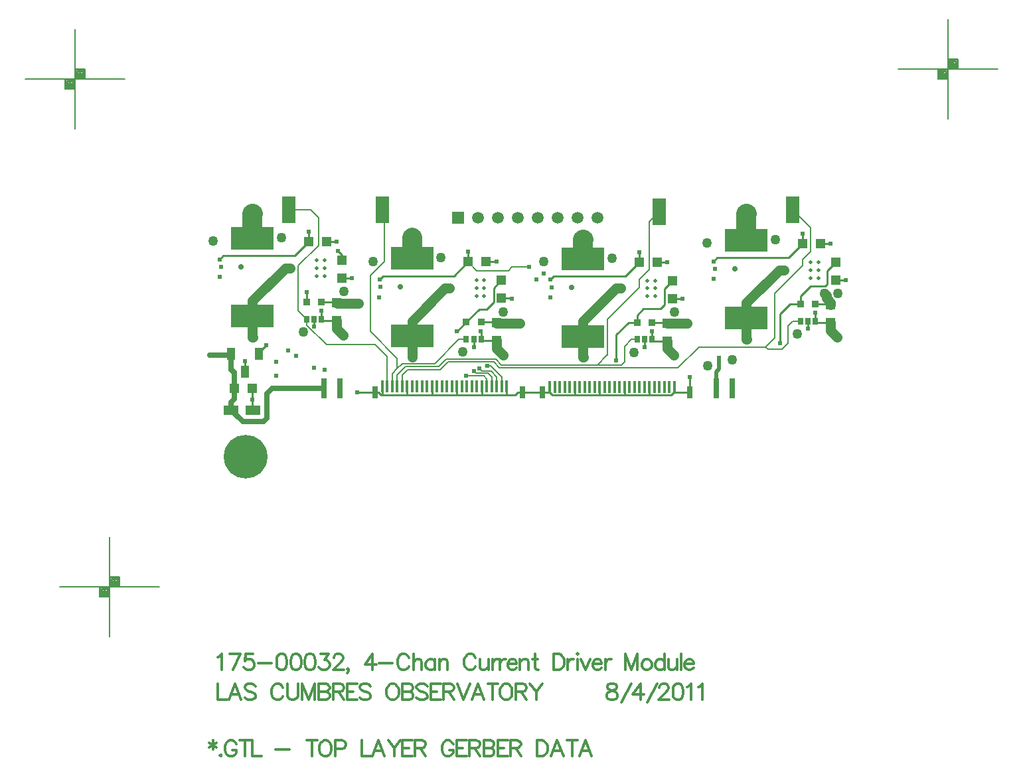
<source format=gtl>
%FSLAX23Y23*%
%MOIN*%
G70*
G01*
G75*
G04 Layer_Physical_Order=1*
G04 Layer_Color=255*
%ADD10R,0.014X0.060*%
%ADD11R,0.030X0.100*%
%ADD12R,0.031X0.060*%
%ADD13R,0.070X0.135*%
%ADD14R,0.050X0.050*%
%ADD15R,0.036X0.036*%
%ADD16R,0.028X0.036*%
%ADD17R,0.078X0.048*%
%ADD18R,0.050X0.050*%
%ADD19R,0.213X0.114*%
%ADD20R,0.039X0.063*%
%ADD21C,0.005*%
%ADD22C,0.010*%
%ADD23C,0.020*%
%ADD24C,0.025*%
%ADD25C,0.050*%
%ADD26C,0.100*%
%ADD27C,0.012*%
%ADD28C,0.008*%
%ADD29C,0.012*%
%ADD30C,0.012*%
%ADD31C,0.020*%
%ADD32C,0.059*%
%ADD33R,0.059X0.059*%
%ADD34C,0.219*%
%ADD35C,0.028*%
%ADD36C,0.024*%
%ADD37C,0.050*%
D10*
X32558Y18603D02*
D03*
X31983D02*
D03*
X32008D02*
D03*
X32033D02*
D03*
X32058D02*
D03*
X32083D02*
D03*
X32108D02*
D03*
X32158D02*
D03*
X32183D02*
D03*
X32208D02*
D03*
X32233D02*
D03*
X32258D02*
D03*
X32283D02*
D03*
X32308D02*
D03*
X32333D02*
D03*
X32358D02*
D03*
X32383D02*
D03*
X32408D02*
D03*
X32433D02*
D03*
X32458D02*
D03*
X32483D02*
D03*
X32508D02*
D03*
X32533D02*
D03*
X32583D02*
D03*
X32608D02*
D03*
X32824Y18602D02*
D03*
X32849D02*
D03*
X32874D02*
D03*
X32899D02*
D03*
X32924D02*
D03*
X32949D02*
D03*
X32974D02*
D03*
X32999D02*
D03*
X33024D02*
D03*
X33049D02*
D03*
X33074D02*
D03*
X33099D02*
D03*
X33124D02*
D03*
X33149D02*
D03*
X33174D02*
D03*
X33199D02*
D03*
X33224D02*
D03*
X33249D02*
D03*
X33274D02*
D03*
X33299D02*
D03*
X33324D02*
D03*
X33349D02*
D03*
X33374D02*
D03*
X33399D02*
D03*
X33424D02*
D03*
X33449D02*
D03*
X32133Y18603D02*
D03*
D11*
X31691Y18593D02*
D03*
X31770D02*
D03*
X33740Y18593D02*
D03*
X33661D02*
D03*
D12*
X33526Y18575D02*
D03*
X32786D02*
D03*
X31946D02*
D03*
X32686D02*
D03*
D13*
X34042Y19491D02*
D03*
X33372Y19481D02*
D03*
X31982Y19491D02*
D03*
X31512D02*
D03*
D14*
X31329Y18593D02*
D03*
X31239D02*
D03*
X31613Y19330D02*
D03*
X31703D02*
D03*
X32414Y19229D02*
D03*
X32504D02*
D03*
X33273Y19228D02*
D03*
X33363D02*
D03*
X34093Y19320D02*
D03*
X34183D02*
D03*
D15*
X34158Y19017D02*
D03*
X34084D02*
D03*
X33338Y18925D02*
D03*
X33264D02*
D03*
X32479Y18926D02*
D03*
X32405D02*
D03*
X31678Y19027D02*
D03*
X31604D02*
D03*
D16*
X34121Y18931D02*
D03*
X34158D02*
D03*
X34084D02*
D03*
X33301Y18839D02*
D03*
X33338D02*
D03*
X33264D02*
D03*
X32442Y18840D02*
D03*
X32479D02*
D03*
X32405D02*
D03*
X31641Y18941D02*
D03*
X31678D02*
D03*
X31604D02*
D03*
D17*
X31224Y18485D02*
D03*
X31334D02*
D03*
D18*
X31780Y19147D02*
D03*
Y19237D02*
D03*
X32581Y19046D02*
D03*
Y19136D02*
D03*
X33440Y19045D02*
D03*
Y19135D02*
D03*
X34260Y19137D02*
D03*
Y19227D02*
D03*
X31755Y19024D02*
D03*
Y18934D02*
D03*
X32556Y18923D02*
D03*
Y18833D02*
D03*
X33415Y18922D02*
D03*
Y18832D02*
D03*
X34235Y19014D02*
D03*
Y18924D02*
D03*
D19*
X31331Y19347D02*
D03*
Y18957D02*
D03*
X32132Y19246D02*
D03*
Y18856D02*
D03*
X32991Y19245D02*
D03*
Y18855D02*
D03*
X33811Y19337D02*
D03*
Y18947D02*
D03*
D20*
X31224Y18766D02*
D03*
X31293Y18676D02*
D03*
X31362Y18766D02*
D03*
D21*
X33112Y18761D02*
Y18941D01*
X33062Y18712D02*
X33112D01*
X33111Y18761D02*
X33112D01*
X33062Y18712D02*
X33111Y18761D01*
X32580Y18712D02*
X33062D01*
X33952Y18846D02*
Y19071D01*
Y18846D02*
Y18851D01*
X33908Y18802D02*
X33952Y18846D01*
Y18790D02*
X33990D01*
X33920D02*
X33952D01*
X34042Y19491D02*
X34132Y19401D01*
Y19281D02*
Y19401D01*
X34092Y19241D02*
X34132Y19281D01*
X34092Y19211D02*
Y19241D01*
X33952Y19071D02*
X34092Y19211D01*
X33112Y18712D02*
X33185D01*
X33323Y19432D02*
X33372Y19481D01*
X33323Y19192D02*
Y19432D01*
X33272Y19141D02*
X33323Y19192D01*
X33272Y19101D02*
Y19141D01*
X33112Y18941D02*
X33272Y19101D01*
X32058Y18693D02*
X32083Y18717D01*
X32033Y18668D02*
X32058Y18693D01*
X31982Y19491D02*
X31992Y19481D01*
Y19231D02*
Y19481D01*
X31922Y19161D02*
X31992Y19231D01*
X31922Y18881D02*
Y19161D01*
Y18881D02*
X32058Y18745D01*
Y18693D02*
Y18745D01*
X31512Y19491D02*
X31622D01*
X31662Y19451D01*
Y19311D02*
Y19451D01*
X31561Y19210D02*
X31662Y19311D01*
X31561Y18984D02*
Y19210D01*
Y18984D02*
X31604Y18941D01*
X33468Y18697D02*
X33573Y18802D01*
X32571Y18697D02*
X33468D01*
X33573Y18802D02*
X33908D01*
X32528Y18680D02*
X32529Y18679D01*
X32485Y18680D02*
X32528D01*
X32529Y18679D02*
X32529D01*
X32558Y18650D01*
X32444Y18680D02*
X32454Y18670D01*
X32470Y18695D02*
X32485Y18680D01*
X32454Y18670D02*
X32513D01*
X32533Y18650D01*
X32500Y18707D02*
X32507Y18700D01*
X32404Y18656D02*
X32493D01*
X32508Y18640D01*
Y18603D02*
Y18640D01*
X32442Y18680D02*
X32444D01*
X32542Y18726D02*
X32571Y18697D01*
X32274Y18688D02*
X32313Y18726D01*
X32542D01*
X32500Y18707D02*
X32526D01*
X32583Y18650D01*
X34045Y18931D02*
X34084D01*
X34020Y18906D02*
X34045Y18931D01*
X34020Y18820D02*
Y18906D01*
X33990Y18790D02*
X34020Y18820D01*
X33908Y18802D02*
X33920Y18790D01*
X32553Y18739D02*
X32580Y18712D01*
X32302Y18739D02*
X32553D01*
X32109Y18688D02*
X32274D01*
X32083Y18662D02*
X32109Y18688D01*
X32099Y18703D02*
X32266D01*
X32246Y18718D02*
X32368Y18840D01*
X32147Y18718D02*
X32246D01*
X32147Y18717D02*
X32147Y18718D01*
X32083Y18717D02*
X32147D01*
X32058Y18662D02*
X32099Y18703D01*
X32083Y18603D02*
Y18662D01*
X33235Y18839D02*
X33264D01*
X33200Y18804D02*
X33235Y18839D01*
X33200Y18727D02*
Y18804D01*
X33185Y18712D02*
X33200Y18727D01*
X32266Y18703D02*
X32302Y18739D01*
X32058Y18603D02*
Y18662D01*
X32368Y18840D02*
X32405D01*
X32033Y18603D02*
Y18668D01*
X31604Y18912D02*
Y18941D01*
Y18912D02*
X31702Y18815D01*
X31947D01*
X32008Y18754D01*
Y18601D02*
Y18754D01*
X32414Y19229D02*
X32458Y19185D01*
X32617D01*
X32635Y19203D01*
X32721D01*
X32583Y18603D02*
Y18650D01*
X32558Y18603D02*
Y18650D01*
X32533Y18603D02*
Y18650D01*
D22*
X33981Y18821D02*
Y18967D01*
X31983Y18566D02*
X31987Y18562D01*
X31983Y18566D02*
Y18603D01*
X31858Y18575D02*
X31946D01*
X32663D02*
X32686D01*
X32786D02*
X32825D01*
X33526D02*
Y18650D01*
X33448Y18575D02*
X33526D01*
X31858Y18575D02*
X31858Y18575D01*
X31987Y18562D02*
X32650D01*
X31977D02*
X31987D01*
X31964Y18575D02*
X31977Y18562D01*
X32442Y18802D02*
Y18840D01*
X31293Y18676D02*
Y18732D01*
X31362Y18773D02*
X31400Y18811D01*
X31362Y18766D02*
Y18773D01*
X31329Y18490D02*
X31334Y18485D01*
X31329Y18490D02*
Y18538D01*
Y18593D01*
X32608Y18562D02*
Y18603D01*
X32483Y18565D02*
Y18603D01*
X32358Y18562D02*
Y18603D01*
X32233Y18562D02*
Y18603D01*
X32108Y18562D02*
Y18603D01*
X31946Y18575D02*
X31964D01*
X32650Y18562D02*
X32663Y18575D01*
X32686D02*
X32786D01*
X33324Y18563D02*
Y18602D01*
X33199Y18562D02*
Y18602D01*
X33074Y18562D02*
Y18602D01*
X32949Y18562D02*
Y18602D01*
X32825Y18575D02*
X32838Y18562D01*
X33435D01*
X33448Y18575D01*
X34218Y19185D02*
X34260Y19227D01*
X34218Y19116D02*
Y19185D01*
X34208Y19106D02*
X34218Y19116D01*
X34133Y19106D02*
X34208D01*
X34084Y19057D02*
X34133Y19106D01*
X34084Y19017D02*
Y19057D01*
X33981Y18967D02*
X34031Y19017D01*
X34084D01*
X33400Y19095D02*
X33440Y19135D01*
X33400Y19013D02*
Y19095D01*
X33380Y18993D02*
X33400Y19013D01*
X33295Y18993D02*
X33380D01*
X33264Y18962D02*
X33295Y18993D01*
X33264Y18925D02*
Y18962D01*
X33158Y18734D02*
Y18863D01*
X33220Y18925D01*
X33264D01*
X32542Y19097D02*
X32581Y19136D01*
X32542Y19027D02*
Y19097D01*
X32507Y18992D02*
X32542Y19027D01*
X32471Y18992D02*
X32507D01*
X32405Y18926D02*
X32471Y18992D01*
X32357Y18881D02*
X32360D01*
X32405Y18926D01*
X31761Y19284D02*
X31780Y19265D01*
Y19237D02*
Y19265D01*
X31604Y19027D02*
Y19077D01*
X31603Y19076D02*
X31604Y19077D01*
X31677Y18983D02*
X31678Y18984D01*
X31685Y18934D02*
X31755D01*
X31678Y18941D02*
X31685Y18934D01*
X31542Y19259D02*
X31613Y19330D01*
X31185Y19259D02*
X31542D01*
X31168Y19242D02*
X31185Y19259D01*
X31641Y18903D02*
Y18941D01*
X31830Y19147D02*
X31831Y19146D01*
X31780Y19147D02*
X31830D01*
X31612Y19380D02*
X31613Y19379D01*
Y19330D02*
Y19379D01*
X31755Y19330D02*
X31755Y19330D01*
X31703Y19330D02*
X31755D01*
X31752Y19027D02*
X31755Y19024D01*
X31678Y19027D02*
X31752D01*
X31986Y19158D02*
X32343D01*
X31969Y19141D02*
X31986Y19158D01*
X32343D02*
X32414Y19229D01*
X32478Y18882D02*
X32479Y18883D01*
Y18840D02*
Y18883D01*
X32414Y19229D02*
Y19278D01*
X32413Y19279D02*
X32414Y19278D01*
X32504Y19229D02*
X32556D01*
X32556Y19229D01*
X32479Y18926D02*
X32553D01*
X32556Y18923D01*
X32486Y18833D02*
X32556D01*
X32631Y19046D02*
X32632Y19045D01*
X32581Y19046D02*
X32631D01*
X32479Y18840D02*
X32486Y18833D01*
X32845Y19157D02*
X33202D01*
X32828Y19140D02*
X32845Y19157D01*
X33202D02*
X33273Y19228D01*
X33337Y18881D02*
X33338Y18882D01*
Y18839D02*
Y18882D01*
X33273Y19228D02*
Y19277D01*
X33272Y19278D02*
X33273Y19277D01*
X33363Y19228D02*
X33415D01*
X33415Y19228D01*
X33338Y18925D02*
X33412D01*
X33415Y18922D01*
X33345Y18832D02*
X33415D01*
X33490Y19045D02*
X33491Y19044D01*
X33440Y19045D02*
X33490D01*
X33301Y18801D02*
Y18839D01*
X33338D02*
X33345Y18832D01*
X33665Y19249D02*
X34022D01*
X33648Y19232D02*
X33665Y19249D01*
X34022D02*
X34093Y19320D01*
X34157Y18973D02*
X34158Y18974D01*
Y18931D02*
Y18974D01*
X34093Y19320D02*
Y19369D01*
X34092Y19370D02*
X34093Y19369D01*
X34183Y19320D02*
X34235D01*
X34235Y19320D01*
X34158Y19017D02*
X34232D01*
X34235Y19014D01*
X34165Y18924D02*
X34235D01*
X34310Y19137D02*
X34311Y19136D01*
X34260Y19137D02*
X34310D01*
X34121Y18893D02*
Y18931D01*
X34158D02*
X34165Y18924D01*
X31678Y18941D02*
Y18984D01*
D23*
X33675Y18692D02*
Y18746D01*
X33661Y18678D02*
X33675Y18692D01*
X33661Y18593D02*
Y18678D01*
D24*
X31431Y18593D02*
X31691D01*
X31404Y18567D02*
X31431Y18593D01*
X31218Y18760D02*
X31224Y18766D01*
X31118Y18760D02*
X31218D01*
X31224Y18485D02*
X31282Y18427D01*
X31387D01*
X31404Y18444D01*
Y18567D01*
X31239Y18593D02*
Y18673D01*
Y18539D02*
Y18593D01*
X31224Y18688D02*
Y18766D01*
Y18688D02*
X31239Y18673D01*
X31224Y18524D02*
X31239Y18539D01*
X31224Y18485D02*
Y18524D01*
D25*
X31331Y18852D02*
X31332Y18851D01*
X31331Y18852D02*
Y18957D01*
X31496Y19198D02*
X31520D01*
X31331Y19033D02*
X31496Y19198D01*
X31331Y18957D02*
Y19033D01*
X31755Y18895D02*
Y18934D01*
Y18895D02*
X31788Y18862D01*
X32556Y18794D02*
X32589Y18761D01*
X32556Y18794D02*
Y18833D01*
X32132Y18932D02*
X32297Y19097D01*
X32321D01*
X32132Y18751D02*
X32133Y18750D01*
X32132Y18751D02*
Y18856D01*
Y18932D01*
X33415Y18793D02*
X33448Y18760D01*
X33415Y18793D02*
Y18832D01*
X32991Y18931D02*
X33156Y19096D01*
X33180D01*
X32991Y18750D02*
X32992Y18749D01*
X32991Y18750D02*
Y18855D01*
Y18931D01*
X34235Y18885D02*
X34268Y18852D01*
X34235Y18885D02*
Y18924D01*
X33811Y19023D02*
X33976Y19188D01*
X34000D01*
X33811Y18842D02*
X33812Y18841D01*
X33811Y18842D02*
Y18947D01*
Y19023D01*
X31755Y19024D02*
X31758Y19021D01*
X31862D01*
X32556Y18923D02*
X32558Y18921D01*
X32672D01*
X33415Y18922D02*
X33416Y18921D01*
X33512D01*
X34235Y19014D02*
Y19025D01*
X34214Y19046D02*
X34235Y19025D01*
X34214Y19046D02*
Y19059D01*
X34202Y19071D02*
X34214Y19059D01*
D26*
X31331Y19347D02*
Y19470D01*
X31332Y19471D01*
X32132Y19246D02*
Y19351D01*
X32991Y19245D02*
Y19340D01*
X32992Y19341D01*
X33811Y19337D02*
Y19470D01*
X33812Y19471D01*
D27*
X31132Y16826D02*
Y16781D01*
X31113Y16815D02*
X31151Y16792D01*
Y16815D02*
X31113Y16792D01*
X31172Y16754D02*
X31168Y16750D01*
X31172Y16746D01*
X31175Y16750D01*
X31172Y16754D01*
X31250Y16807D02*
X31246Y16815D01*
X31239Y16822D01*
X31231Y16826D01*
X31216D01*
X31208Y16822D01*
X31200Y16815D01*
X31197Y16807D01*
X31193Y16796D01*
Y16777D01*
X31197Y16765D01*
X31200Y16758D01*
X31208Y16750D01*
X31216Y16746D01*
X31231D01*
X31239Y16750D01*
X31246Y16758D01*
X31250Y16765D01*
Y16777D01*
X31231D02*
X31250D01*
X31295Y16826D02*
Y16746D01*
X31268Y16826D02*
X31322D01*
X31331D02*
Y16746D01*
X31377D01*
X31448Y16781D02*
X31517D01*
X31630Y16826D02*
Y16746D01*
X31603Y16826D02*
X31657D01*
X31689D02*
X31682Y16822D01*
X31674Y16815D01*
X31670Y16807D01*
X31666Y16796D01*
Y16777D01*
X31670Y16765D01*
X31674Y16758D01*
X31682Y16750D01*
X31689Y16746D01*
X31704D01*
X31712Y16750D01*
X31720Y16758D01*
X31723Y16765D01*
X31727Y16777D01*
Y16796D01*
X31723Y16807D01*
X31720Y16815D01*
X31712Y16822D01*
X31704Y16826D01*
X31689D01*
X31746Y16784D02*
X31780D01*
X31792Y16788D01*
X31795Y16792D01*
X31799Y16800D01*
Y16811D01*
X31795Y16819D01*
X31792Y16822D01*
X31780Y16826D01*
X31746D01*
Y16746D01*
X31880Y16826D02*
Y16746D01*
X31926D01*
X31995D02*
X31965Y16826D01*
X31934Y16746D01*
X31946Y16773D02*
X31984D01*
X32014Y16826D02*
X32044Y16788D01*
Y16746D01*
X32075Y16826D02*
X32044Y16788D01*
X32135Y16826D02*
X32085D01*
Y16746D01*
X32135D01*
X32085Y16788D02*
X32116D01*
X32148Y16826D02*
Y16746D01*
Y16826D02*
X32182D01*
X32194Y16822D01*
X32198Y16819D01*
X32201Y16811D01*
Y16803D01*
X32198Y16796D01*
X32194Y16792D01*
X32182Y16788D01*
X32148D01*
X32175D02*
X32201Y16746D01*
X32339Y16807D02*
X32335Y16815D01*
X32328Y16822D01*
X32320Y16826D01*
X32305D01*
X32297Y16822D01*
X32290Y16815D01*
X32286Y16807D01*
X32282Y16796D01*
Y16777D01*
X32286Y16765D01*
X32290Y16758D01*
X32297Y16750D01*
X32305Y16746D01*
X32320D01*
X32328Y16750D01*
X32335Y16758D01*
X32339Y16765D01*
Y16777D01*
X32320D02*
X32339D01*
X32407Y16826D02*
X32358D01*
Y16746D01*
X32407D01*
X32358Y16788D02*
X32388D01*
X32420Y16826D02*
Y16746D01*
Y16826D02*
X32455D01*
X32466Y16822D01*
X32470Y16819D01*
X32474Y16811D01*
Y16803D01*
X32470Y16796D01*
X32466Y16792D01*
X32455Y16788D01*
X32420D01*
X32447D02*
X32474Y16746D01*
X32492Y16826D02*
Y16746D01*
Y16826D02*
X32526D01*
X32537Y16822D01*
X32541Y16819D01*
X32545Y16811D01*
Y16803D01*
X32541Y16796D01*
X32537Y16792D01*
X32526Y16788D01*
X32492D02*
X32526D01*
X32537Y16784D01*
X32541Y16781D01*
X32545Y16773D01*
Y16762D01*
X32541Y16754D01*
X32537Y16750D01*
X32526Y16746D01*
X32492D01*
X32612Y16826D02*
X32563D01*
Y16746D01*
X32612D01*
X32563Y16788D02*
X32593D01*
X32626Y16826D02*
Y16746D01*
Y16826D02*
X32660D01*
X32671Y16822D01*
X32675Y16819D01*
X32679Y16811D01*
Y16803D01*
X32675Y16796D01*
X32671Y16792D01*
X32660Y16788D01*
X32626D01*
X32652D02*
X32679Y16746D01*
X32760Y16826D02*
Y16746D01*
Y16826D02*
X32786D01*
X32798Y16822D01*
X32805Y16815D01*
X32809Y16807D01*
X32813Y16796D01*
Y16777D01*
X32809Y16765D01*
X32805Y16758D01*
X32798Y16750D01*
X32786Y16746D01*
X32760D01*
X32892D02*
X32861Y16826D01*
X32831Y16746D01*
X32842Y16773D02*
X32881D01*
X32937Y16826D02*
Y16746D01*
X32911Y16826D02*
X32964D01*
X33034Y16746D02*
X33004Y16826D01*
X32973Y16746D01*
X32985Y16773D02*
X33023D01*
D28*
X34575Y20198D02*
X35075D01*
X34825Y19948D02*
Y20448D01*
X34875Y20198D02*
Y20248D01*
X34825D02*
X34875D01*
X34775Y20148D02*
Y20198D01*
Y20148D02*
X34825D01*
X34780Y20193D02*
X34820D01*
X34780Y20153D02*
Y20193D01*
Y20153D02*
X34820D01*
Y20193D01*
X34785Y20188D02*
X34815D01*
X34785Y20158D02*
Y20188D01*
Y20158D02*
X34815D01*
Y20183D01*
X34790D02*
X34810D01*
X34790Y20163D02*
Y20183D01*
Y20163D02*
X34810D01*
Y20178D01*
X34795D02*
X34805D01*
X34795Y20168D02*
Y20178D01*
Y20168D02*
X34805D01*
Y20178D01*
X34795Y20173D02*
X34805D01*
X34830Y20243D02*
X34870D01*
X34830Y20203D02*
Y20243D01*
Y20203D02*
X34870D01*
Y20243D01*
X34835Y20238D02*
X34865D01*
X34835Y20208D02*
Y20238D01*
Y20208D02*
X34865D01*
Y20233D01*
X34840D02*
X34860D01*
X34840Y20213D02*
Y20233D01*
Y20213D02*
X34860D01*
Y20228D01*
X34845D02*
X34855D01*
X34845Y20218D02*
Y20228D01*
Y20218D02*
X34855D01*
Y20228D01*
X34845Y20223D02*
X34855D01*
X30190Y20148D02*
X30690D01*
X30440Y19898D02*
Y20398D01*
X30490Y20148D02*
Y20198D01*
X30440D02*
X30490D01*
X30390Y20098D02*
Y20148D01*
Y20098D02*
X30440D01*
X30395Y20143D02*
X30435D01*
X30395Y20103D02*
Y20143D01*
Y20103D02*
X30435D01*
Y20143D01*
X30400Y20138D02*
X30430D01*
X30400Y20108D02*
Y20138D01*
Y20108D02*
X30430D01*
Y20133D01*
X30405D02*
X30425D01*
X30405Y20113D02*
Y20133D01*
Y20113D02*
X30425D01*
Y20128D01*
X30410D02*
X30420D01*
X30410Y20118D02*
Y20128D01*
Y20118D02*
X30420D01*
Y20128D01*
X30410Y20123D02*
X30420D01*
X30445Y20193D02*
X30485D01*
X30445Y20153D02*
Y20193D01*
Y20153D02*
X30485D01*
Y20193D01*
X30450Y20188D02*
X30480D01*
X30450Y20158D02*
Y20188D01*
Y20158D02*
X30480D01*
Y20183D01*
X30455D02*
X30475D01*
X30455Y20163D02*
Y20183D01*
Y20163D02*
X30475D01*
Y20178D01*
X30460D02*
X30470D01*
X30460Y20168D02*
Y20178D01*
Y20168D02*
X30470D01*
Y20178D01*
X30460Y20173D02*
X30470D01*
X30363Y17598D02*
X30863D01*
X30613Y17348D02*
Y17848D01*
X30663Y17598D02*
Y17648D01*
X30613D02*
X30663D01*
X30563Y17548D02*
Y17598D01*
Y17548D02*
X30613D01*
X30568Y17593D02*
X30608D01*
X30568Y17553D02*
Y17593D01*
Y17553D02*
X30608D01*
Y17593D01*
X30573Y17588D02*
X30603D01*
X30573Y17558D02*
Y17588D01*
Y17558D02*
X30603D01*
Y17583D01*
X30578D02*
X30598D01*
X30578Y17563D02*
Y17583D01*
Y17563D02*
X30598D01*
Y17578D01*
X30583D02*
X30593D01*
X30583Y17568D02*
Y17578D01*
Y17568D02*
X30593D01*
Y17578D01*
X30583Y17573D02*
X30593D01*
X30618Y17643D02*
X30658D01*
X30618Y17603D02*
Y17643D01*
Y17603D02*
X30658D01*
Y17643D01*
X30623Y17638D02*
X30653D01*
X30623Y17608D02*
Y17638D01*
Y17608D02*
X30653D01*
Y17633D01*
X30628D02*
X30648D01*
X30628Y17613D02*
Y17633D01*
Y17613D02*
X30648D01*
Y17628D01*
X30633D02*
X30643D01*
X30633Y17618D02*
Y17628D01*
Y17618D02*
X30643D01*
Y17628D01*
X30633Y17623D02*
X30643D01*
D29*
X31158Y17244D02*
X31166Y17248D01*
X31177Y17259D01*
Y17179D01*
X31270Y17259D02*
X31232Y17179D01*
X31217Y17259D02*
X31270D01*
X31334D02*
X31296D01*
X31292Y17225D01*
X31296Y17229D01*
X31307Y17233D01*
X31319D01*
X31330Y17229D01*
X31338Y17221D01*
X31341Y17210D01*
Y17202D01*
X31338Y17191D01*
X31330Y17183D01*
X31319Y17179D01*
X31307D01*
X31296Y17183D01*
X31292Y17187D01*
X31288Y17195D01*
X31359Y17214D02*
X31428D01*
X31474Y17259D02*
X31463Y17256D01*
X31455Y17244D01*
X31452Y17225D01*
Y17214D01*
X31455Y17195D01*
X31463Y17183D01*
X31474Y17179D01*
X31482D01*
X31493Y17183D01*
X31501Y17195D01*
X31505Y17214D01*
Y17225D01*
X31501Y17244D01*
X31493Y17256D01*
X31482Y17259D01*
X31474D01*
X31546D02*
X31534Y17256D01*
X31527Y17244D01*
X31523Y17225D01*
Y17214D01*
X31527Y17195D01*
X31534Y17183D01*
X31546Y17179D01*
X31553D01*
X31565Y17183D01*
X31572Y17195D01*
X31576Y17214D01*
Y17225D01*
X31572Y17244D01*
X31565Y17256D01*
X31553Y17259D01*
X31546D01*
X31617D02*
X31605Y17256D01*
X31598Y17244D01*
X31594Y17225D01*
Y17214D01*
X31598Y17195D01*
X31605Y17183D01*
X31617Y17179D01*
X31624D01*
X31636Y17183D01*
X31644Y17195D01*
X31647Y17214D01*
Y17225D01*
X31644Y17244D01*
X31636Y17256D01*
X31624Y17259D01*
X31617D01*
X31673D02*
X31715D01*
X31692Y17229D01*
X31703D01*
X31711Y17225D01*
X31715Y17221D01*
X31719Y17210D01*
Y17202D01*
X31715Y17191D01*
X31707Y17183D01*
X31696Y17179D01*
X31684D01*
X31673Y17183D01*
X31669Y17187D01*
X31665Y17195D01*
X31740Y17240D02*
Y17244D01*
X31744Y17252D01*
X31748Y17256D01*
X31755Y17259D01*
X31771D01*
X31778Y17256D01*
X31782Y17252D01*
X31786Y17244D01*
Y17237D01*
X31782Y17229D01*
X31775Y17217D01*
X31736Y17179D01*
X31790D01*
X31815Y17183D02*
X31811Y17179D01*
X31808Y17183D01*
X31811Y17187D01*
X31815Y17183D01*
Y17176D01*
X31811Y17168D01*
X31808Y17164D01*
X31934Y17259D02*
X31896Y17206D01*
X31953D01*
X31934Y17259D02*
Y17179D01*
X31967Y17214D02*
X32035D01*
X32116Y17240D02*
X32112Y17248D01*
X32105Y17256D01*
X32097Y17259D01*
X32082D01*
X32074Y17256D01*
X32067Y17248D01*
X32063Y17240D01*
X32059Y17229D01*
Y17210D01*
X32063Y17198D01*
X32067Y17191D01*
X32074Y17183D01*
X32082Y17179D01*
X32097D01*
X32105Y17183D01*
X32112Y17191D01*
X32116Y17198D01*
X32139Y17259D02*
Y17179D01*
Y17217D02*
X32150Y17229D01*
X32158Y17233D01*
X32169D01*
X32177Y17229D01*
X32181Y17217D01*
Y17179D01*
X32247Y17233D02*
Y17179D01*
Y17221D02*
X32240Y17229D01*
X32232Y17233D01*
X32221D01*
X32213Y17229D01*
X32205Y17221D01*
X32201Y17210D01*
Y17202D01*
X32205Y17191D01*
X32213Y17183D01*
X32221Y17179D01*
X32232D01*
X32240Y17183D01*
X32247Y17191D01*
X32269Y17233D02*
Y17179D01*
Y17217D02*
X32280Y17229D01*
X32288Y17233D01*
X32299D01*
X32307Y17229D01*
X32310Y17217D01*
Y17179D01*
X32451Y17240D02*
X32448Y17248D01*
X32440Y17256D01*
X32432Y17259D01*
X32417D01*
X32409Y17256D01*
X32402Y17248D01*
X32398Y17240D01*
X32394Y17229D01*
Y17210D01*
X32398Y17198D01*
X32402Y17191D01*
X32409Y17183D01*
X32417Y17179D01*
X32432D01*
X32440Y17183D01*
X32448Y17191D01*
X32451Y17198D01*
X32474Y17233D02*
Y17195D01*
X32478Y17183D01*
X32485Y17179D01*
X32497D01*
X32504Y17183D01*
X32516Y17195D01*
Y17233D02*
Y17179D01*
X32537Y17233D02*
Y17179D01*
Y17210D02*
X32540Y17221D01*
X32548Y17229D01*
X32556Y17233D01*
X32567D01*
X32574D02*
Y17179D01*
Y17210D02*
X32578Y17221D01*
X32586Y17229D01*
X32593Y17233D01*
X32605D01*
X32612Y17210D02*
X32658D01*
Y17217D01*
X32654Y17225D01*
X32650Y17229D01*
X32643Y17233D01*
X32631D01*
X32624Y17229D01*
X32616Y17221D01*
X32612Y17210D01*
Y17202D01*
X32616Y17191D01*
X32624Y17183D01*
X32631Y17179D01*
X32643D01*
X32650Y17183D01*
X32658Y17191D01*
X32675Y17233D02*
Y17179D01*
Y17217D02*
X32686Y17229D01*
X32694Y17233D01*
X32705D01*
X32713Y17229D01*
X32717Y17217D01*
Y17179D01*
X32749Y17259D02*
Y17195D01*
X32753Y17183D01*
X32761Y17179D01*
X32768D01*
X32738Y17233D02*
X32764D01*
X32843Y17259D02*
Y17179D01*
Y17259D02*
X32869D01*
X32881Y17256D01*
X32888Y17248D01*
X32892Y17240D01*
X32896Y17229D01*
Y17210D01*
X32892Y17198D01*
X32888Y17191D01*
X32881Y17183D01*
X32869Y17179D01*
X32843D01*
X32914Y17233D02*
Y17179D01*
Y17210D02*
X32918Y17221D01*
X32925Y17229D01*
X32933Y17233D01*
X32944D01*
X32959Y17259D02*
X32963Y17256D01*
X32967Y17259D01*
X32963Y17263D01*
X32959Y17259D01*
X32963Y17233D02*
Y17179D01*
X32981Y17233D02*
X33004Y17179D01*
X33026Y17233D02*
X33004Y17179D01*
X33039Y17210D02*
X33085D01*
Y17217D01*
X33081Y17225D01*
X33077Y17229D01*
X33070Y17233D01*
X33058D01*
X33051Y17229D01*
X33043Y17221D01*
X33039Y17210D01*
Y17202D01*
X33043Y17191D01*
X33051Y17183D01*
X33058Y17179D01*
X33070D01*
X33077Y17183D01*
X33085Y17191D01*
X33102Y17233D02*
Y17179D01*
Y17210D02*
X33106Y17221D01*
X33114Y17229D01*
X33121Y17233D01*
X33133D01*
X33203Y17259D02*
Y17179D01*
Y17259D02*
X33233Y17179D01*
X33264Y17259D02*
X33233Y17179D01*
X33264Y17259D02*
Y17179D01*
X33306Y17233D02*
X33298Y17229D01*
X33290Y17221D01*
X33287Y17210D01*
Y17202D01*
X33290Y17191D01*
X33298Y17183D01*
X33306Y17179D01*
X33317D01*
X33325Y17183D01*
X33332Y17191D01*
X33336Y17202D01*
Y17210D01*
X33332Y17221D01*
X33325Y17229D01*
X33317Y17233D01*
X33306D01*
X33399Y17259D02*
Y17179D01*
Y17221D02*
X33392Y17229D01*
X33384Y17233D01*
X33373D01*
X33365Y17229D01*
X33357Y17221D01*
X33354Y17210D01*
Y17202D01*
X33357Y17191D01*
X33365Y17183D01*
X33373Y17179D01*
X33384D01*
X33392Y17183D01*
X33399Y17191D01*
X33421Y17233D02*
Y17195D01*
X33424Y17183D01*
X33432Y17179D01*
X33444D01*
X33451Y17183D01*
X33463Y17195D01*
Y17233D02*
Y17179D01*
X33484Y17259D02*
Y17179D01*
X33500Y17210D02*
X33546D01*
Y17217D01*
X33542Y17225D01*
X33538Y17229D01*
X33531Y17233D01*
X33519D01*
X33512Y17229D01*
X33504Y17221D01*
X33500Y17210D01*
Y17202D01*
X33504Y17191D01*
X33512Y17183D01*
X33519Y17179D01*
X33531D01*
X33538Y17183D01*
X33546Y17191D01*
D30*
X31158Y17109D02*
Y17029D01*
X31204D01*
X31274D02*
X31243Y17109D01*
X31213Y17029D01*
X31224Y17056D02*
X31262D01*
X31346Y17098D02*
X31338Y17106D01*
X31327Y17109D01*
X31311D01*
X31300Y17106D01*
X31292Y17098D01*
Y17090D01*
X31296Y17083D01*
X31300Y17079D01*
X31308Y17075D01*
X31330Y17067D01*
X31338Y17064D01*
X31342Y17060D01*
X31346Y17052D01*
Y17041D01*
X31338Y17033D01*
X31327Y17029D01*
X31311D01*
X31300Y17033D01*
X31292Y17041D01*
X31484Y17090D02*
X31480Y17098D01*
X31472Y17106D01*
X31465Y17109D01*
X31449D01*
X31442Y17106D01*
X31434Y17098D01*
X31430Y17090D01*
X31426Y17079D01*
Y17060D01*
X31430Y17048D01*
X31434Y17041D01*
X31442Y17033D01*
X31449Y17029D01*
X31465D01*
X31472Y17033D01*
X31480Y17041D01*
X31484Y17048D01*
X31506Y17109D02*
Y17052D01*
X31510Y17041D01*
X31517Y17033D01*
X31529Y17029D01*
X31536D01*
X31548Y17033D01*
X31556Y17041D01*
X31559Y17052D01*
Y17109D01*
X31581D02*
Y17029D01*
Y17109D02*
X31612Y17029D01*
X31642Y17109D02*
X31612Y17029D01*
X31642Y17109D02*
Y17029D01*
X31665Y17109D02*
Y17029D01*
Y17109D02*
X31700D01*
X31711Y17106D01*
X31715Y17102D01*
X31719Y17094D01*
Y17086D01*
X31715Y17079D01*
X31711Y17075D01*
X31700Y17071D01*
X31665D02*
X31700D01*
X31711Y17067D01*
X31715Y17064D01*
X31719Y17056D01*
Y17045D01*
X31715Y17037D01*
X31711Y17033D01*
X31700Y17029D01*
X31665D01*
X31736Y17109D02*
Y17029D01*
Y17109D02*
X31771D01*
X31782Y17106D01*
X31786Y17102D01*
X31790Y17094D01*
Y17086D01*
X31786Y17079D01*
X31782Y17075D01*
X31771Y17071D01*
X31736D01*
X31763D02*
X31790Y17029D01*
X31857Y17109D02*
X31808D01*
Y17029D01*
X31857D01*
X31808Y17071D02*
X31838D01*
X31924Y17098D02*
X31916Y17106D01*
X31905Y17109D01*
X31890D01*
X31878Y17106D01*
X31871Y17098D01*
Y17090D01*
X31874Y17083D01*
X31878Y17079D01*
X31886Y17075D01*
X31909Y17067D01*
X31916Y17064D01*
X31920Y17060D01*
X31924Y17052D01*
Y17041D01*
X31916Y17033D01*
X31905Y17029D01*
X31890D01*
X31878Y17033D01*
X31871Y17041D01*
X32027Y17109D02*
X32020Y17106D01*
X32012Y17098D01*
X32008Y17090D01*
X32005Y17079D01*
Y17060D01*
X32008Y17048D01*
X32012Y17041D01*
X32020Y17033D01*
X32027Y17029D01*
X32043D01*
X32050Y17033D01*
X32058Y17041D01*
X32062Y17048D01*
X32066Y17060D01*
Y17079D01*
X32062Y17090D01*
X32058Y17098D01*
X32050Y17106D01*
X32043Y17109D01*
X32027D01*
X32084D02*
Y17029D01*
Y17109D02*
X32118D01*
X32130Y17106D01*
X32134Y17102D01*
X32138Y17094D01*
Y17086D01*
X32134Y17079D01*
X32130Y17075D01*
X32118Y17071D01*
X32084D02*
X32118D01*
X32130Y17067D01*
X32134Y17064D01*
X32138Y17056D01*
Y17045D01*
X32134Y17037D01*
X32130Y17033D01*
X32118Y17029D01*
X32084D01*
X32209Y17098D02*
X32201Y17106D01*
X32190Y17109D01*
X32174D01*
X32163Y17106D01*
X32155Y17098D01*
Y17090D01*
X32159Y17083D01*
X32163Y17079D01*
X32171Y17075D01*
X32193Y17067D01*
X32201Y17064D01*
X32205Y17060D01*
X32209Y17052D01*
Y17041D01*
X32201Y17033D01*
X32190Y17029D01*
X32174D01*
X32163Y17033D01*
X32155Y17041D01*
X32276Y17109D02*
X32227D01*
Y17029D01*
X32276D01*
X32227Y17071D02*
X32257D01*
X32289Y17109D02*
Y17029D01*
Y17109D02*
X32324D01*
X32335Y17106D01*
X32339Y17102D01*
X32343Y17094D01*
Y17086D01*
X32339Y17079D01*
X32335Y17075D01*
X32324Y17071D01*
X32289D01*
X32316D02*
X32343Y17029D01*
X32361Y17109D02*
X32391Y17029D01*
X32422Y17109D02*
X32391Y17029D01*
X32493D02*
X32462Y17109D01*
X32432Y17029D01*
X32443Y17056D02*
X32481D01*
X32538Y17109D02*
Y17029D01*
X32512Y17109D02*
X32565D01*
X32597D02*
X32590Y17106D01*
X32582Y17098D01*
X32578Y17090D01*
X32574Y17079D01*
Y17060D01*
X32578Y17048D01*
X32582Y17041D01*
X32590Y17033D01*
X32597Y17029D01*
X32612D01*
X32620Y17033D01*
X32628Y17041D01*
X32632Y17048D01*
X32635Y17060D01*
Y17079D01*
X32632Y17090D01*
X32628Y17098D01*
X32620Y17106D01*
X32612Y17109D01*
X32597D01*
X32654D02*
Y17029D01*
Y17109D02*
X32688D01*
X32700Y17106D01*
X32703Y17102D01*
X32707Y17094D01*
Y17086D01*
X32703Y17079D01*
X32700Y17075D01*
X32688Y17071D01*
X32654D01*
X32681D02*
X32707Y17029D01*
X32725Y17109D02*
X32756Y17071D01*
Y17029D01*
X32786Y17109D02*
X32756Y17071D01*
X33130Y17109D02*
X33118Y17106D01*
X33114Y17098D01*
Y17090D01*
X33118Y17083D01*
X33126Y17079D01*
X33141Y17075D01*
X33153Y17071D01*
X33160Y17064D01*
X33164Y17056D01*
Y17045D01*
X33160Y17037D01*
X33156Y17033D01*
X33145Y17029D01*
X33130D01*
X33118Y17033D01*
X33114Y17037D01*
X33111Y17045D01*
Y17056D01*
X33114Y17064D01*
X33122Y17071D01*
X33133Y17075D01*
X33149Y17079D01*
X33156Y17083D01*
X33160Y17090D01*
Y17098D01*
X33156Y17106D01*
X33145Y17109D01*
X33130D01*
X33182Y17018D02*
X33235Y17109D01*
X33279D02*
X33241Y17056D01*
X33298D01*
X33279Y17109D02*
Y17029D01*
X33312Y17018D02*
X33365Y17109D01*
X33374Y17090D02*
Y17094D01*
X33378Y17102D01*
X33382Y17106D01*
X33389Y17109D01*
X33405D01*
X33412Y17106D01*
X33416Y17102D01*
X33420Y17094D01*
Y17086D01*
X33416Y17079D01*
X33408Y17067D01*
X33370Y17029D01*
X33424D01*
X33464Y17109D02*
X33453Y17106D01*
X33445Y17094D01*
X33442Y17075D01*
Y17064D01*
X33445Y17045D01*
X33453Y17033D01*
X33464Y17029D01*
X33472D01*
X33484Y17033D01*
X33491Y17045D01*
X33495Y17064D01*
Y17075D01*
X33491Y17094D01*
X33484Y17106D01*
X33472Y17109D01*
X33464D01*
X33513Y17094D02*
X33520Y17098D01*
X33532Y17109D01*
Y17029D01*
X33571Y17094D02*
X33579Y17098D01*
X33591Y17109D01*
Y17029D01*
D31*
X31655Y19158D02*
D03*
Y19198D02*
D03*
Y19237D02*
D03*
X31694D02*
D03*
Y19198D02*
D03*
Y19158D02*
D03*
X32456Y19057D02*
D03*
Y19097D02*
D03*
Y19136D02*
D03*
X32495D02*
D03*
Y19097D02*
D03*
Y19057D02*
D03*
X33315Y19056D02*
D03*
Y19096D02*
D03*
Y19135D02*
D03*
X33354D02*
D03*
Y19096D02*
D03*
Y19056D02*
D03*
X34135Y19148D02*
D03*
Y19188D02*
D03*
Y19227D02*
D03*
X34174D02*
D03*
Y19188D02*
D03*
Y19148D02*
D03*
D32*
X33062Y19451D02*
D03*
X32962D02*
D03*
X32862D02*
D03*
X32762D02*
D03*
X32662D02*
D03*
X32562D02*
D03*
X32462D02*
D03*
D33*
X32362D02*
D03*
D34*
X31298Y18250D02*
D03*
D35*
X31272Y19204D02*
D03*
X32073Y19103D02*
D03*
X32932Y19102D02*
D03*
X33752Y19194D02*
D03*
D36*
X31858Y18575D02*
D03*
X32509Y18707D02*
D03*
X31451Y18728D02*
D03*
X31639Y18698D02*
D03*
X31510Y18784D02*
D03*
X31550Y18757D02*
D03*
X31449Y18657D02*
D03*
X32404Y18656D02*
D03*
X32442Y18680D02*
D03*
X32470Y18695D02*
D03*
X33675Y18746D02*
D03*
X32721Y19203D02*
D03*
X32792Y19172D02*
D03*
X32832Y19102D02*
D03*
X32757Y19139D02*
D03*
X32357Y18881D02*
D03*
X32442Y18802D02*
D03*
X31293Y18732D02*
D03*
X31118Y18760D02*
D03*
X31400Y18811D02*
D03*
X31329Y18538D02*
D03*
X31693Y18686D02*
D03*
X33526Y18650D02*
D03*
X33981Y18821D02*
D03*
X33158Y18734D02*
D03*
X31761Y19284D02*
D03*
X31603Y19076D02*
D03*
X31677Y18983D02*
D03*
X31168Y19242D02*
D03*
X31166Y19153D02*
D03*
X31641Y18903D02*
D03*
X31831Y19146D02*
D03*
X31612Y19380D02*
D03*
X31755Y19330D02*
D03*
X31172Y19204D02*
D03*
X31969Y19141D02*
D03*
X32478Y18882D02*
D03*
X31973Y19103D02*
D03*
X31967Y19052D02*
D03*
X32413Y19279D02*
D03*
X32556Y19229D02*
D03*
X32632Y19045D02*
D03*
X32828Y19140D02*
D03*
X33337Y18881D02*
D03*
X32826Y19051D02*
D03*
X33272Y19278D02*
D03*
X33415Y19228D02*
D03*
X33491Y19044D02*
D03*
X33301Y18801D02*
D03*
X33648Y19232D02*
D03*
X34157Y18973D02*
D03*
X33652Y19194D02*
D03*
X33646Y19143D02*
D03*
X34092Y19370D02*
D03*
X34235Y19320D02*
D03*
X34311Y19136D02*
D03*
X34121Y18893D02*
D03*
D37*
X33618Y18706D02*
D03*
X32387Y18776D02*
D03*
X31332Y18851D02*
D03*
X33740Y18737D02*
D03*
X31135Y19333D02*
D03*
X31477Y19350D02*
D03*
X31586Y18877D02*
D03*
X31520Y19198D02*
D03*
X31788Y18862D02*
D03*
X31789Y19079D02*
D03*
X32589Y18761D02*
D03*
X32590Y18978D02*
D03*
X32321Y19097D02*
D03*
X32278Y19249D02*
D03*
X32133Y18750D02*
D03*
X31936Y19232D02*
D03*
X33448Y18760D02*
D03*
X33449Y18977D02*
D03*
X33180Y19096D02*
D03*
X33137Y19248D02*
D03*
X32992Y18749D02*
D03*
X33246Y18775D02*
D03*
X32795Y19231D02*
D03*
X34268Y18852D02*
D03*
X34269Y19069D02*
D03*
X34000Y19188D02*
D03*
X33957Y19340D02*
D03*
X33812Y18841D02*
D03*
X34066Y18867D02*
D03*
X33615Y19323D02*
D03*
X31332Y19471D02*
D03*
X32132Y19351D02*
D03*
X32992Y19341D02*
D03*
X33812Y19471D02*
D03*
X31862Y19021D02*
D03*
X32672Y18921D02*
D03*
X33512D02*
D03*
X34202Y19071D02*
D03*
M02*

</source>
